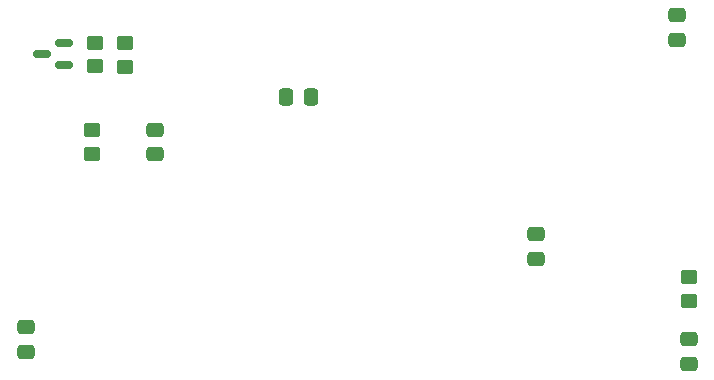
<source format=gbr>
%TF.GenerationSoftware,KiCad,Pcbnew,8.0.4*%
%TF.CreationDate,2025-06-13T09:49:43+02:00*%
%TF.ProjectId,LeoIoT_Goalfinder,4c656f49-6f54-45f4-976f-616c66696e64,01.04 SMD*%
%TF.SameCoordinates,Original*%
%TF.FileFunction,Paste,Bot*%
%TF.FilePolarity,Positive*%
%FSLAX46Y46*%
G04 Gerber Fmt 4.6, Leading zero omitted, Abs format (unit mm)*
G04 Created by KiCad (PCBNEW 8.0.4) date 2025-06-13 09:49:43*
%MOMM*%
%LPD*%
G01*
G04 APERTURE LIST*
G04 Aperture macros list*
%AMRoundRect*
0 Rectangle with rounded corners*
0 $1 Rounding radius*
0 $2 $3 $4 $5 $6 $7 $8 $9 X,Y pos of 4 corners*
0 Add a 4 corners polygon primitive as box body*
4,1,4,$2,$3,$4,$5,$6,$7,$8,$9,$2,$3,0*
0 Add four circle primitives for the rounded corners*
1,1,$1+$1,$2,$3*
1,1,$1+$1,$4,$5*
1,1,$1+$1,$6,$7*
1,1,$1+$1,$8,$9*
0 Add four rect primitives between the rounded corners*
20,1,$1+$1,$2,$3,$4,$5,0*
20,1,$1+$1,$4,$5,$6,$7,0*
20,1,$1+$1,$6,$7,$8,$9,0*
20,1,$1+$1,$8,$9,$2,$3,0*%
G04 Aperture macros list end*
%ADD10RoundRect,0.250000X-0.475000X0.337500X-0.475000X-0.337500X0.475000X-0.337500X0.475000X0.337500X0*%
%ADD11RoundRect,0.250000X-0.337500X-0.475000X0.337500X-0.475000X0.337500X0.475000X-0.337500X0.475000X0*%
%ADD12RoundRect,0.250000X0.450000X-0.350000X0.450000X0.350000X-0.450000X0.350000X-0.450000X-0.350000X0*%
%ADD13RoundRect,0.150000X0.587500X0.150000X-0.587500X0.150000X-0.587500X-0.150000X0.587500X-0.150000X0*%
%ADD14RoundRect,0.250000X-0.450000X0.350000X-0.450000X-0.350000X0.450000X-0.350000X0.450000X0.350000X0*%
%ADD15RoundRect,0.250000X0.475000X-0.337500X0.475000X0.337500X-0.475000X0.337500X-0.475000X-0.337500X0*%
G04 APERTURE END LIST*
D10*
%TO.C,C9*%
X132717500Y-77627000D03*
X132717500Y-79702000D03*
%TD*%
D11*
%TO.C,C6*%
X143872000Y-74833000D03*
X145947000Y-74833000D03*
%TD*%
D10*
%TO.C,C3*%
X121795500Y-94369500D03*
X121795500Y-96444500D03*
%TD*%
D12*
%TO.C,R2*%
X177929500Y-92105000D03*
X177929500Y-90105000D03*
%TD*%
%TO.C,R4*%
X130177500Y-72277000D03*
X130177500Y-70277000D03*
%TD*%
D13*
%TO.C,Q1*%
X125019000Y-70245000D03*
X125019000Y-72145000D03*
X123144000Y-71195000D03*
%TD*%
D14*
%TO.C,R5*%
X127637500Y-70261000D03*
X127637500Y-72261000D03*
%TD*%
%TO.C,R3*%
X127383500Y-77659000D03*
X127383500Y-79659000D03*
%TD*%
D10*
%TO.C,C8*%
X164975500Y-86474000D03*
X164975500Y-88549000D03*
%TD*%
%TO.C,C5*%
X176913500Y-67953500D03*
X176913500Y-70028500D03*
%TD*%
D15*
%TO.C,C4*%
X177929500Y-97460500D03*
X177929500Y-95385500D03*
%TD*%
M02*

</source>
